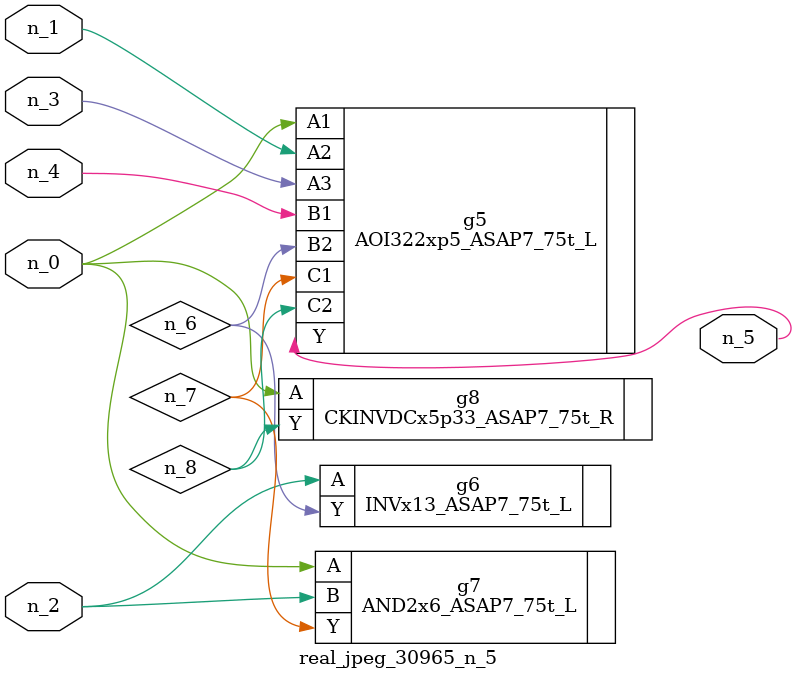
<source format=v>
module real_jpeg_30965_n_5 (n_4, n_0, n_1, n_2, n_3, n_5);

input n_4;
input n_0;
input n_1;
input n_2;
input n_3;

output n_5;

wire n_8;
wire n_6;
wire n_7;

AOI322xp5_ASAP7_75t_L g5 ( 
.A1(n_0),
.A2(n_1),
.A3(n_3),
.B1(n_4),
.B2(n_6),
.C1(n_7),
.C2(n_8),
.Y(n_5)
);

AND2x6_ASAP7_75t_L g7 ( 
.A(n_0),
.B(n_2),
.Y(n_7)
);

CKINVDCx5p33_ASAP7_75t_R g8 ( 
.A(n_0),
.Y(n_8)
);

INVx13_ASAP7_75t_L g6 ( 
.A(n_2),
.Y(n_6)
);


endmodule
</source>
